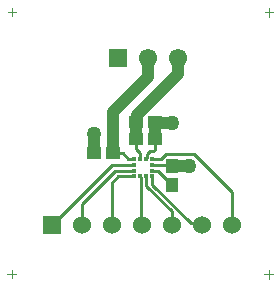
<source format=gtl>
%FSTAX23Y23*%
%MOIN*%
%SFA1B1*%

%IPPOS*%
%ADD21R,0.061024X0.061024*%
%ADD22C,0.061024*%
%ADD23C,0.060000*%
%ADD24R,0.060000X0.060000*%
%ADD26R,0.013839X0.014831*%
%ADD27R,0.014831X0.013839*%
%ADD28R,0.045275X0.043307*%
%ADD29R,0.043307X0.045275*%
%ADD30C,0.004000*%
%ADD31C,0.010000*%
%ADD32C,0.040000*%
%ADD33C,0.050000*%
%LNpcb1-1*%
%LPD*%
G54D21*
X04151Y02381D03*
G54D22*
X04251Y02381D03*
X04351D03*
G54D23*
X0453Y01825D03*
X0443D03*
X0433D03*
X0423D03*
X0413D03*
X0403D03*
G54D24*
X0393Y01825D03*
G54D26*
X04206Y01988D03*
X04226D03*
X04245D03*
X04265D03*
Y02046D03*
X04245D03*
X04226D03*
X04206D03*
G54D27*
X04265Y02007D03*
Y02027D03*
X04206D03*
Y02007D03*
G54D28*
X04134Y02065D03*
X04071D03*
X04274Y02112D03*
X04211D03*
Y02168D03*
X04274D03*
G54D29*
X04332Y02022D03*
Y01959D03*
G54D30*
X04654Y01661D02*
X04668D01*
X04654D02*
Y01675D01*
Y01647D02*
Y01661D01*
X04639D02*
X04654D01*
X03798Y02536D02*
X03812D01*
X03798D02*
Y0255D01*
Y02522D02*
Y02536D01*
X03783D02*
X03798D01*
X03797Y01663D02*
X03811D01*
X03797D02*
Y01677D01*
Y01649D02*
Y01663D01*
X03782D02*
X03797D01*
X0464Y02534D02*
X04655D01*
Y0252D02*
Y02534D01*
Y02548*
Y02534D02*
X04669D01*
G54D31*
X0393Y01825D02*
X03956Y01852D01*
X03957*
X0403Y01825D02*
Y01896D01*
X03957Y01852D02*
X04132Y02027D01*
X0403Y01896D02*
X04141Y02007D01*
X0413Y01825D02*
Y01966D01*
X04152Y01988*
X04141Y02007D02*
X04206D01*
X04152Y01988D02*
X04206D01*
X04226D02*
X04227Y01986D01*
Y01827D02*
Y01986D01*
Y01827D02*
X0423Y01825D01*
X04185Y02046D02*
X04206D01*
X04134Y02065D02*
X04167D01*
X04132Y02027D02*
X04206D01*
X04167Y02065D02*
X04185Y02046D01*
X04226D02*
Y02064D01*
X04245Y01988D02*
X04246Y01987D01*
Y01956D02*
Y01987D01*
X04265Y0196D02*
Y01988D01*
X04265Y02007D02*
X04285D01*
X04265Y02046D02*
X04295D01*
X04246Y01956D02*
X0433Y01873D01*
X04265Y02027D02*
X04327D01*
X04285Y02007D02*
X04332Y0196D01*
X04265Y0196D02*
X04393Y01832D01*
X04327Y02027D02*
X04332Y02022D01*
X0433Y01825D02*
Y01873D01*
X04332Y01959D02*
Y0196D01*
X04393Y01832D02*
X04422D01*
X0443Y01825*
X04404Y02062D02*
X0453Y01936D01*
Y01825D02*
Y01936D01*
X04245Y02046D02*
X04247Y02048D01*
Y02061*
X04257Y02071*
X04267*
X04273Y02077*
Y02112*
Y02167D02*
X04274Y02168D01*
X04295Y02046D02*
X04311Y02062D01*
X04404*
X04211Y0208D02*
Y02112D01*
Y02167D02*
X04211Y02168D01*
X04211Y0208D02*
X04226Y02064D01*
G54D32*
X04071Y02065D02*
Y02128D01*
X04134Y02065D02*
Y02203D01*
X04251Y0232*
X04332Y02022D02*
X04332Y02022D01*
X04387*
X04388Y02022*
X04251Y0232D02*
Y02381D01*
X04273Y02112D02*
Y02167D01*
X04274Y02168D02*
X04274Y02167D01*
X04213Y02193D02*
X0435Y0233D01*
X04274Y02167D02*
X04329D01*
X0433Y02167*
X0435Y0233D02*
Y0238D01*
X04351Y02381*
X04211Y02112D02*
Y02167D01*
X04211Y02168D02*
X04211D01*
X04213Y02169*
Y02193*
G54D33*
X0433Y02167D03*
X04388Y02022D03*
X04071Y02128D03*
M02*
</source>
